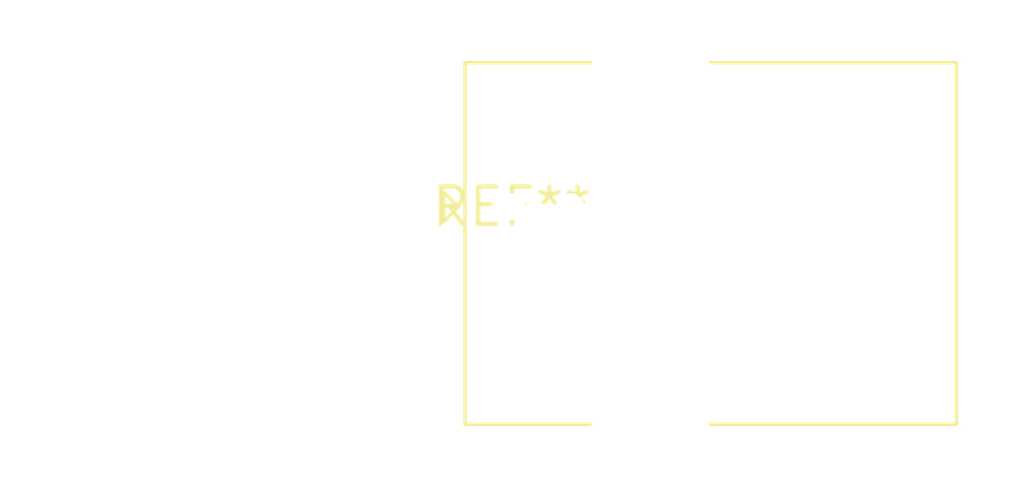
<source format=kicad_pcb>
(kicad_pcb (version 20240108) (generator pcbnew)
  (layers (0 "F.Cu" signal) (31 "B.Cu" signal) (34 "B.Paste" user) (35 "F.Paste" user) (36 "B.SilkS" user "B.Silkscreen") (37 "F.SilkS" user "F.Silkscreen") (38 "B.Mask" user) (39 "F.Mask" user) (44 "Edge.Cuts" user))
  (net 0 "")
  (footprint "USB_B_OST_USB-B1HSxx_Horizontal" (layer "F.Cu") (at 0 0)
    (property "Reference" "REF**")
    (property "Value" "USB_B_OST_USB-B1HSxx_Horizontal")
    (fp_line (start -2.32 -0.5) (end -2.32 0.5) (layer "F.SilkS") (stroke (width 0.12)))
    (fp_line (start -2.32 0.5) (end -1.82 0) (layer "F.SilkS") (stroke (width 0.12)))
    (fp_line (start -1.82 0) (end -2.32 -0.5) (layer "F.SilkS") (stroke (width 0.12)))
    (fp_line (start -1.6 -4.91) (end -1.6 7.41) (layer "F.SilkS") (stroke (width 0.12)))
    (fp_line (start -1.6 7.41) (end 2.66 7.41) (layer "F.SilkS") (stroke (width 0.12)))
    (fp_line (start 2.66 -4.91) (end -1.6 -4.91) (layer "F.SilkS") (stroke (width 0.12)))
    (fp_line (start 6.76 -4.91) (end 15.12 -4.91) (layer "F.SilkS") (stroke (width 0.12)))
    (fp_line (start 15.12 -4.91) (end 15.12 7.41) (layer "F.SilkS") (stroke (width 0.12)))
    (fp_line (start 15.12 7.41) (end 6.76 7.41) (layer "F.SilkS") (stroke (width 0.12)))
    (pad "1" thru_hole rect (at 0 0) (size 1.7 1.7) (drill 0.92) (layers *.Cu *.Mask) (remove_unused_layers))
    (pad "2" thru_hole circle (at 0 2.5) (size 1.7 1.7) (drill 0.92) (layers *.Cu *.Mask) (remove_unused_layers))
    (pad "3" thru_hole circle (at 2 2.5) (size 1.7 1.7) (drill 0.92) (layers *.Cu *.Mask) (remove_unused_layers))
    (pad "4" thru_hole circle (at 2 0) (size 1.7 1.7) (drill 0.92) (layers *.Cu *.Mask) (remove_unused_layers))
    (pad "5" thru_hole circle (at 4.71 -4.77) (size 3.5 3.5) (drill 2.33) (layers *.Cu *.Mask) (remove_unused_layers))
    (pad "5" thru_hole circle (at 4.71 7.27) (size 3.5 3.5) (drill 2.33) (layers *.Cu *.Mask) (remove_unused_layers))
  )
)
</source>
